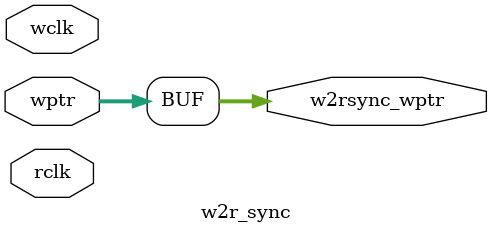
<source format=v>
module w2r_sync # (
    parameter WR_ADDRW = 32'd5
)
(
    input   [WR_ADDRW : 0]  wptr         ,
    input                   wclk         ,
    input                   rclk         ,
    output  [WR_ADDRW : 0]  w2rsync_wptr 
);


assign w2rsync_wptr = wptr;

endmodule
</source>
